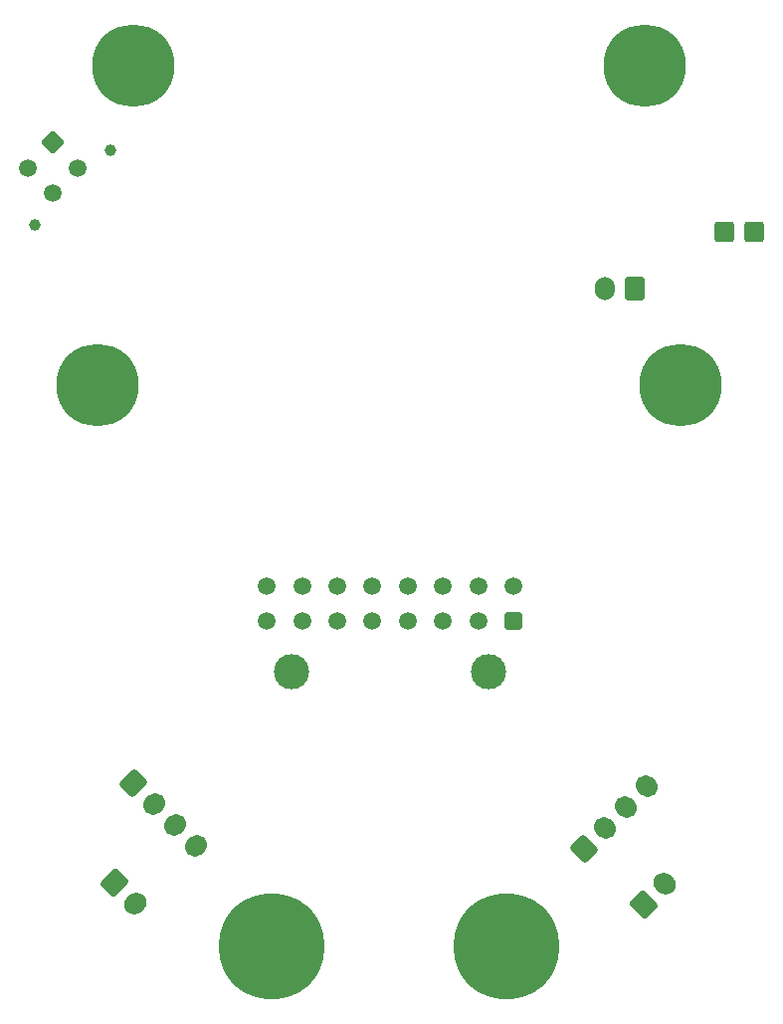
<source format=gbr>
%TF.GenerationSoftware,KiCad,Pcbnew,(6.0.8)*%
%TF.CreationDate,2023-01-17T07:54:29-05:00*%
%TF.ProjectId,K1+K2 Carabiner for Round Heatsinks,4b312b4b-3220-4436-9172-6162696e6572,rev?*%
%TF.SameCoordinates,Original*%
%TF.FileFunction,Soldermask,Bot*%
%TF.FilePolarity,Negative*%
%FSLAX46Y46*%
G04 Gerber Fmt 4.6, Leading zero omitted, Abs format (unit mm)*
G04 Created by KiCad (PCBNEW (6.0.8)) date 2023-01-17 07:54:29*
%MOMM*%
%LPD*%
G01*
G04 APERTURE LIST*
G04 Aperture macros list*
%AMRoundRect*
0 Rectangle with rounded corners*
0 $1 Rounding radius*
0 $2 $3 $4 $5 $6 $7 $8 $9 X,Y pos of 4 corners*
0 Add a 4 corners polygon primitive as box body*
4,1,4,$2,$3,$4,$5,$6,$7,$8,$9,$2,$3,0*
0 Add four circle primitives for the rounded corners*
1,1,$1+$1,$2,$3*
1,1,$1+$1,$4,$5*
1,1,$1+$1,$6,$7*
1,1,$1+$1,$8,$9*
0 Add four rect primitives between the rounded corners*
20,1,$1+$1,$2,$3,$4,$5,0*
20,1,$1+$1,$4,$5,$6,$7,0*
20,1,$1+$1,$6,$7,$8,$9,0*
20,1,$1+$1,$8,$9,$2,$3,0*%
%AMHorizOval*
0 Thick line with rounded ends*
0 $1 width*
0 $2 $3 position (X,Y) of the first rounded end (center of the circle)*
0 $4 $5 position (X,Y) of the second rounded end (center of the circle)*
0 Add line between two ends*
20,1,$1,$2,$3,$4,$5,0*
0 Add two circle primitives to create the rounded ends*
1,1,$1,$2,$3*
1,1,$1,$4,$5*%
G04 Aperture macros list end*
%ADD10RoundRect,0.250000X-0.954594X-0.106066X-0.106066X-0.954594X0.954594X0.106066X0.106066X0.954594X0*%
%ADD11HorizOval,1.700000X-0.106066X-0.106066X0.106066X0.106066X0*%
%ADD12RoundRect,0.250000X0.088388X-0.936916X0.936916X-0.088388X-0.088388X0.936916X-0.936916X0.088388X0*%
%ADD13HorizOval,1.700000X-0.088388X0.088388X0.088388X-0.088388X0*%
%ADD14C,3.000000*%
%ADD15RoundRect,0.250001X0.499999X0.499999X-0.499999X0.499999X-0.499999X-0.499999X0.499999X-0.499999X0*%
%ADD16C,1.500000*%
%ADD17RoundRect,0.297500X-0.552500X-0.577500X0.552500X-0.577500X0.552500X0.577500X-0.552500X0.577500X0*%
%ADD18C,7.000000*%
%ADD19C,9.000000*%
%ADD20RoundRect,0.250000X-0.936916X-0.088388X-0.088388X-0.936916X0.936916X0.088388X0.088388X0.936916X0*%
%ADD21HorizOval,1.700000X-0.088388X-0.088388X0.088388X0.088388X0*%
%ADD22RoundRect,0.250000X0.600000X0.750000X-0.600000X0.750000X-0.600000X-0.750000X0.600000X-0.750000X0*%
%ADD23O,1.700000X2.000000*%
%ADD24RoundRect,0.250000X0.106066X-0.954594X0.954594X-0.106066X-0.106066X0.954594X-0.954594X0.106066X0*%
%ADD25HorizOval,1.700000X-0.106066X0.106066X0.106066X-0.106066X0*%
%ADD26C,1.000000*%
%ADD27RoundRect,0.250001X0.000000X0.707105X-0.707105X0.000000X0.000000X-0.707105X0.707105X0.000000X0*%
G04 APERTURE END LIST*
D10*
%TO.C,P_CF2*%
X38735000Y-104775000D03*
D11*
X40502767Y-106542767D03*
%TD*%
D12*
%TO.C,EStepper1*%
X78740000Y-101854000D03*
D13*
X80507767Y-100086233D03*
X82275534Y-98318466D03*
X84043301Y-96550699D03*
%TD*%
D14*
%TO.C,Carabiner_Input1*%
X70570000Y-86820000D03*
X53870000Y-86820000D03*
D15*
X72730000Y-82500000D03*
D16*
X69730000Y-82500000D03*
X66730000Y-82500000D03*
X63730000Y-82500000D03*
X60730000Y-82500000D03*
X57730000Y-82500000D03*
X54730000Y-82500000D03*
X51730000Y-82500000D03*
X72730000Y-79500000D03*
X69730000Y-79500000D03*
X66730000Y-79500000D03*
X63730000Y-79500000D03*
X60730000Y-79500000D03*
X57730000Y-79500000D03*
X54730000Y-79500000D03*
X51730000Y-79500000D03*
%TD*%
D17*
%TO.C,ChamberTh1*%
X90678000Y-49403000D03*
X93218000Y-49403000D03*
%TD*%
D18*
%TO.C,H5*%
X37287074Y-62414644D03*
%TD*%
D19*
%TO.C,H1*%
X52106522Y-110180268D03*
%TD*%
D18*
%TO.C,H4*%
X86925970Y-62414644D03*
%TD*%
%TO.C,H3*%
X83856522Y-35180268D03*
%TD*%
%TO.C,H6*%
X40356522Y-35180268D03*
%TD*%
D20*
%TO.C,ZBeacon1*%
X40391581Y-96291119D03*
D21*
X42159348Y-98058886D03*
X43927115Y-99826653D03*
X45694882Y-101594420D03*
%TD*%
D19*
%TO.C,H2*%
X72106522Y-110180268D03*
%TD*%
D22*
%TO.C,HE_CF1*%
X83018000Y-54229000D03*
D23*
X80518000Y-54229000D03*
%TD*%
D24*
%TO.C,P_CF1*%
X83834886Y-106557653D03*
D25*
X85602653Y-104789886D03*
%TD*%
D26*
%TO.C,Th+He1*%
X32031911Y-48809872D03*
X38395872Y-42445911D03*
D27*
X33488551Y-41781231D03*
D16*
X31367231Y-43902551D03*
X35609871Y-43902551D03*
X33488551Y-46023872D03*
%TD*%
M02*

</source>
